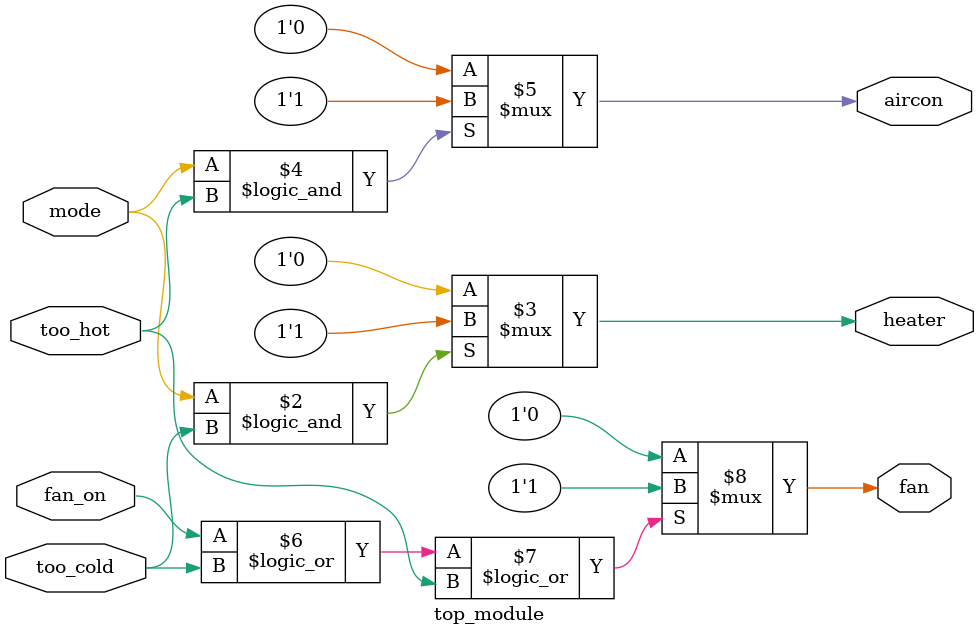
<source format=sv>
module top_module(
    input mode,
    input too_cold,
    input too_hot,
    input fan_on,
    output reg heater,
    output reg aircon,
    output reg fan
);

    always@(mode, too_cold, too_hot, fan_on) begin
        heater = (mode && too_cold) ? 1'b1 : 1'b0;
        aircon = (mode && too_hot) ? 1'b1 : 1'b0;
        fan = (fan_on || too_cold || too_hot) ? 1'b1 : 1'b0;
    end

endmodule

</source>
